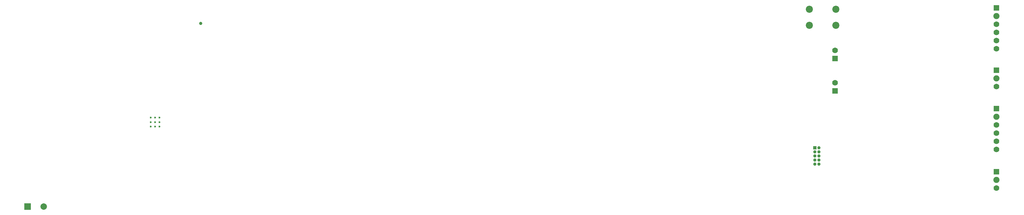
<source format=gbr>
%TF.GenerationSoftware,KiCad,Pcbnew,9.0.1-9.0.1-0~ubuntu24.04.1*%
%TF.CreationDate,2025-04-27T20:23:53-07:00*%
%TF.ProjectId,CAN-IO-expander,43414e2d-494f-42d6-9578-70616e646572,1*%
%TF.SameCoordinates,Original*%
%TF.FileFunction,Copper,L2,Bot*%
%TF.FilePolarity,Positive*%
%FSLAX46Y46*%
G04 Gerber Fmt 4.6, Leading zero omitted, Abs format (unit mm)*
G04 Created by KiCad (PCBNEW 9.0.1-9.0.1-0~ubuntu24.04.1) date 2025-04-27 20:23:53*
%MOMM*%
%LPD*%
G01*
G04 APERTURE LIST*
%TA.AperFunction,ComponentPad*%
%ADD10R,1.778000X1.778000*%
%TD*%
%TA.AperFunction,ComponentPad*%
%ADD11C,1.778000*%
%TD*%
%TA.AperFunction,ComponentPad*%
%ADD12R,1.000000X1.000000*%
%TD*%
%TA.AperFunction,ComponentPad*%
%ADD13C,1.000000*%
%TD*%
%TA.AperFunction,ComponentPad*%
%ADD14C,1.905000*%
%TD*%
%TA.AperFunction,ComponentPad*%
%ADD15C,0.600000*%
%TD*%
%TA.AperFunction,ComponentPad*%
%ADD16R,2.000000X2.000000*%
%TD*%
%TA.AperFunction,ComponentPad*%
%ADD17C,2.000000*%
%TD*%
%TA.AperFunction,ComponentPad*%
%ADD18C,2.200000*%
%TD*%
G04 APERTURE END LIST*
D10*
%TO.P,J2,1,Pin_1*%
%TO.N,/CAN1_L*%
X180848000Y-117003200D03*
D11*
%TO.P,J2,2,Pin_2*%
%TO.N,/CAN1_H*%
X180848000Y-114463200D03*
%TD*%
D12*
%TO.P,J1,1,Pin_1*%
%TO.N,/USB_D-*%
X174625000Y-134645400D03*
D13*
%TO.P,J1,2,Pin_2*%
%TO.N,/USB_D+*%
X175895000Y-134645400D03*
%TO.P,J1,3,Pin_3*%
%TO.N,/USB_5V*%
X174625000Y-135915400D03*
%TO.P,J1,4,Pin_4*%
%TO.N,/SWCLK*%
X175895000Y-135915400D03*
%TO.P,J1,5,Pin_5*%
%TO.N,GND*%
X174625000Y-137185400D03*
%TO.P,J1,6,Pin_6*%
%TO.N,/SWD*%
X175895000Y-137185400D03*
%TO.P,J1,7,Pin_7*%
%TO.N,GND*%
X174625000Y-138455400D03*
%TO.P,J1,8,Pin_8*%
%TO.N,/~{USB_BOOT}*%
X175895000Y-138455400D03*
%TO.P,J1,9,Pin_9*%
%TO.N,GND*%
X174625000Y-139725400D03*
%TO.P,J1,10,Pin_10*%
%TO.N,/~{RESET}*%
X175895000Y-139725400D03*
%TD*%
%TO.P,TP1,1,1*%
%TO.N,Net-(U4-CLKO{slash}SOF)*%
X-15792100Y-95946800D03*
%TD*%
D10*
%TO.P,J7,1,Pin_1*%
%TO.N,GND*%
X230886000Y-142087600D03*
D14*
%TO.P,J7,2,Pin_2*%
%TO.N,+5V_EXT*%
X230886000Y-144627600D03*
D11*
%TO.P,J7,3,Pin_3*%
%TO.N,/AIN1*%
X230886000Y-147167600D03*
%TD*%
D10*
%TO.P,J6,1,Pin_1*%
%TO.N,GND*%
X230932800Y-91156800D03*
D14*
%TO.P,J6,2,Pin_2*%
%TO.N,+5V_EXT*%
X230932800Y-93696800D03*
D11*
%TO.P,J6,3,Pin_3*%
%TO.N,/QA1*%
X230932800Y-96236800D03*
%TO.P,J6,4,Pin_4*%
%TO.N,/QB1*%
X230932800Y-98776800D03*
%TO.P,J6,5,Pin_5*%
%TO.N,/PWM_IN1*%
X230932800Y-101316800D03*
%TO.P,J6,6,Pin_6*%
%TO.N,/IO1*%
X230932800Y-103856800D03*
%TD*%
D10*
%TO.P,J5,1,Pin_1*%
%TO.N,GND*%
X230962200Y-110515400D03*
D14*
%TO.P,J5,2,Pin_2*%
%TO.N,+5V_EXT*%
X230962200Y-113055400D03*
D11*
%TO.P,J5,3,Pin_3*%
%TO.N,/AIN0*%
X230962200Y-115595400D03*
%TD*%
D10*
%TO.P,J3,1,Pin_1*%
%TO.N,/CAN1_L*%
X180848000Y-106883200D03*
D11*
%TO.P,J3,2,Pin_2*%
%TO.N,/CAN1_H*%
X180848000Y-104343200D03*
%TD*%
D15*
%TO.P,U1,61,GND*%
%TO.N,GND*%
X-31296200Y-125291400D03*
X-31296200Y-126666400D03*
X-31296200Y-128041400D03*
X-29921200Y-125291400D03*
X-29921200Y-126666400D03*
X-29921200Y-128041400D03*
X-28546200Y-125291400D03*
X-28546200Y-126666400D03*
X-28546200Y-128041400D03*
%TD*%
D16*
%TO.P,C22,1*%
%TO.N,Net-(D3-K)*%
X-69467454Y-152976800D03*
D17*
%TO.P,C22,2*%
%TO.N,GND*%
X-64467454Y-152976800D03*
%TD*%
D18*
%TO.P,J8,1,Pin_1*%
%TO.N,/V_{BAT}*%
X172948600Y-91592400D03*
%TO.P,J8,2,Pin_2*%
%TO.N,GND*%
X172948600Y-96592400D03*
%TO.P,J8,3,Pin_3*%
%TO.N,/V_{BAT}*%
X181148600Y-91592400D03*
%TO.P,J8,4,Pin_4*%
%TO.N,GND*%
X181148600Y-96592400D03*
%TD*%
D10*
%TO.P,J4,1,Pin_1*%
%TO.N,GND*%
X230886000Y-122478800D03*
D14*
%TO.P,J4,2,Pin_2*%
%TO.N,+5V_EXT*%
X230886000Y-125018800D03*
D11*
%TO.P,J4,3,Pin_3*%
%TO.N,/QA0*%
X230886000Y-127558800D03*
%TO.P,J4,4,Pin_4*%
%TO.N,/QB0*%
X230886000Y-130098800D03*
%TO.P,J4,5,Pin_5*%
%TO.N,/PWM_IN0*%
X230886000Y-132638800D03*
%TO.P,J4,6,Pin_6*%
%TO.N,/IO0*%
X230886000Y-135178800D03*
%TD*%
M02*

</source>
